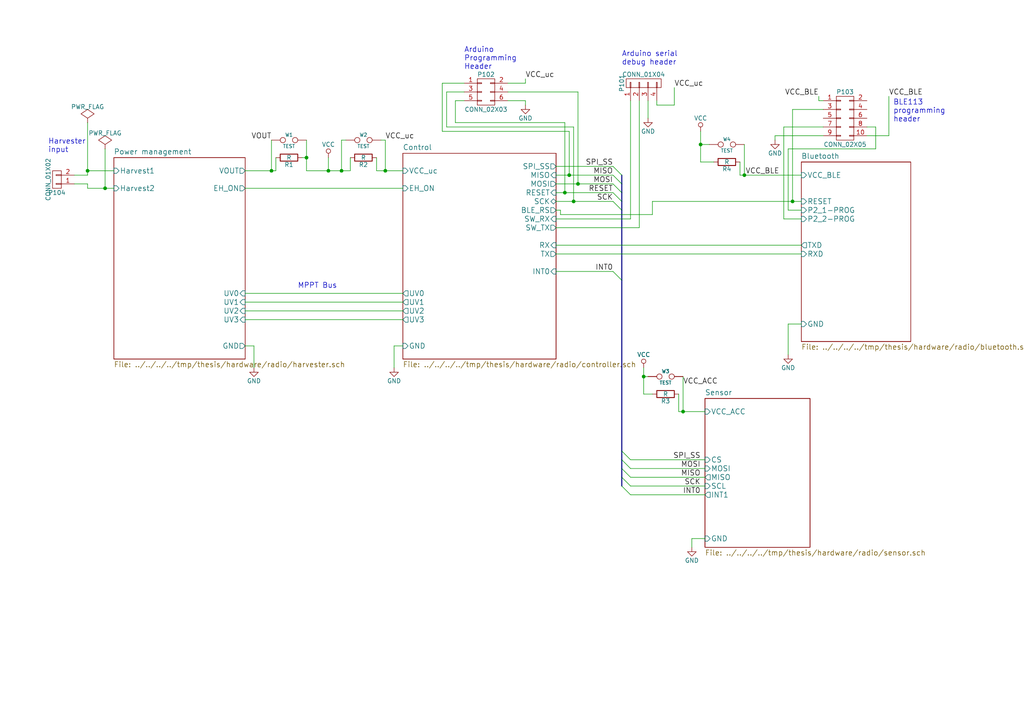
<source format=kicad_sch>
(kicad_sch (version 20230121) (generator eeschema)
  (paper "A4")
  (title_block (title "Energy harvesting sensor board with BLE radio") (date "2015-09-08") (rev "e6b12b6") (company "Aalto University / Otso Jousimaa") (comment 1 "First draft for review"))
  (lib_symbols
    (symbol "radio-rescue:CONN_01X02" (pin_names (offset 1.016) hide)
      (property "Reference" "P" (at 0 3.81 0))
      (property "Value" "CONN_01X02" (at 2.54 0 90))
      (symbol "CONN_01X02_0_1"
        (rectangle (start -1.27 -1.143) (end 0.254 -1.397))
        (rectangle (start -1.27 1.397) (end 0.254 1.143))
        (rectangle (start -1.27 2.54) (end 1.27 -2.54))
      )
      (symbol "CONN_01X02_1_1"
        (pin passive line (at -5.08 1.27 0) (length 3.81) (name "P1") (number "1"))
        (pin passive line (at -5.08 -1.27 0) (length 3.81) (name "P2") (number "2"))
      )
    )
    (symbol "radio-rescue:CONN_01X04" (pin_names (offset 1.016) hide)
      (property "Reference" "P" (at 0 6.35 0))
      (property "Value" "CONN_01X04" (at 2.54 0 90))
      (symbol "CONN_01X04_0_1"
        (rectangle (start -1.27 -3.683) (end 0.254 -3.937))
        (rectangle (start -1.27 -1.143) (end 0.254 -1.397))
        (rectangle (start -1.27 1.397) (end 0.254 1.143))
        (rectangle (start -1.27 3.937) (end 0.254 3.683))
        (rectangle (start -1.27 5.08) (end 1.27 -5.08))
      )
      (symbol "CONN_01X04_1_1"
        (pin passive line (at -5.08 3.81 0) (length 3.81) (name "P1") (number "1"))
        (pin passive line (at -5.08 1.27 0) (length 3.81) (name "P2") (number "2"))
        (pin passive line (at -5.08 -1.27 0) (length 3.81) (name "P3") (number "3"))
        (pin passive line (at -5.08 -3.81 0) (length 3.81) (name "P4") (number "4"))
      )
    )
    (symbol "radio-rescue:CONN_02X03" (pin_names (offset 0.0254) hide)
      (property "Reference" "P" (at 0 5.08 0))
      (property "Value" "CONN_02X03" (at 0 -5.08 0))
      (symbol "CONN_02X03_0_1"
        (rectangle (start -2.54 -2.413) (end -1.27 -2.667))
        (rectangle (start -2.54 0.127) (end -1.27 -0.127))
        (rectangle (start -2.54 2.667) (end -1.27 2.413))
        (rectangle (start -2.54 3.81) (end 2.54 -3.81))
        (rectangle (start 1.27 -2.413) (end 2.54 -2.667))
        (rectangle (start 1.27 0.127) (end 2.54 -0.127))
        (rectangle (start 1.27 2.667) (end 2.54 2.413))
      )
      (symbol "CONN_02X03_1_1"
        (pin passive line (at -6.35 2.54 0) (length 3.81) (name "P1") (number "1"))
        (pin passive line (at 6.35 2.54 180) (length 3.81) (name "P2") (number "2"))
        (pin passive line (at -6.35 0 0) (length 3.81) (name "P3") (number "3"))
        (pin passive line (at 6.35 0 180) (length 3.81) (name "P4") (number "4"))
        (pin passive line (at -6.35 -2.54 0) (length 3.81) (name "P5") (number "5"))
        (pin passive line (at 6.35 -2.54 180) (length 3.81) (name "P6") (number "6"))
      )
    )
    (symbol "radio-rescue:CONN_02X05" (pin_names (offset 0.0254) hide)
      (property "Reference" "P" (at 0 7.62 0))
      (property "Value" "CONN_02X05" (at 0 -7.62 0))
      (symbol "CONN_02X05_0_1"
        (rectangle (start -2.54 -4.953) (end -1.27 -5.207))
        (rectangle (start -2.54 -2.413) (end -1.27 -2.667))
        (rectangle (start -2.54 0.127) (end -1.27 -0.127))
        (rectangle (start -2.54 2.667) (end -1.27 2.413))
        (rectangle (start -2.54 5.207) (end -1.27 4.953))
        (rectangle (start -2.54 6.35) (end 2.54 -6.35))
        (rectangle (start 1.27 -4.953) (end 2.54 -5.207))
        (rectangle (start 1.27 -2.413) (end 2.54 -2.667))
        (rectangle (start 1.27 0.127) (end 2.54 -0.127))
        (rectangle (start 1.27 2.667) (end 2.54 2.413))
        (rectangle (start 1.27 5.207) (end 2.54 4.953))
      )
      (symbol "CONN_02X05_1_1"
        (pin passive line (at -6.35 5.08 0) (length 3.81) (name "P1") (number "1"))
        (pin passive line (at 6.35 -5.08 180) (length 3.81) (name "P10") (number "10"))
        (pin passive line (at 6.35 5.08 180) (length 3.81) (name "P2") (number "2"))
        (pin passive line (at -6.35 2.54 0) (length 3.81) (name "P3") (number "3"))
        (pin passive line (at 6.35 2.54 180) (length 3.81) (name "P4") (number "4"))
        (pin passive line (at -6.35 0 0) (length 3.81) (name "P5") (number "5"))
        (pin passive line (at 6.35 0 180) (length 3.81) (name "P6") (number "6"))
        (pin passive line (at -6.35 -2.54 0) (length 3.81) (name "P7") (number "7"))
        (pin passive line (at 6.35 -2.54 180) (length 3.81) (name "P8") (number "8"))
        (pin passive line (at -6.35 -5.08 0) (length 3.81) (name "P9") (number "9"))
      )
    )
    (symbol "radio-rescue:GND" (power) (pin_names (offset 0))
      (property "Value" "GND" (at 0 -3.81 0))
      (symbol "GND_0_1"
        (polyline (pts (xy 0 0) (xy 0 -1.27) (xy 1.27 -1.27) (xy 0 -2.54) (xy -1.27 -1.27) (xy 0 -1.27)))
      )
      (symbol "GND_1_1"
        (pin power_in line (at 0 0 270) (length 0) hide (name "GND") (number "1"))
      )
    )
    (symbol "radio-rescue:PWR_FLAG" (power) (pin_numbers hide) (pin_names (offset 0) hide)
      (property "Value" "PWR_FLAG" (at 0 4.572 0))
      (symbol "PWR_FLAG_0_0"
        (pin power_out line (at 0 0 90) (length 0) (name "pwr") (number "1"))
      )
      (symbol "PWR_FLAG_0_1"
        (polyline (pts (xy 0 0) (xy 0 1.27) (xy -1.905 2.54) (xy 0 3.81) (xy 1.905 2.54) (xy 0 1.27)))
      )
    )
    (symbol "radio-rescue:R" (pin_numbers hide) (pin_names (offset 0))
      (property "Reference" "R" (at 2.032 0 90))
      (property "Value" "R" (at 0 0 90))
      (symbol "R_0_1"
        (rectangle (start -1.016 -2.54) (end 1.016 2.54) (stroke (width 0.254)))
      )
      (symbol "R_1_1"
        (pin passive line (at 0 3.81 270) (length 1.27) (name "~") (number "1"))
        (pin passive line (at 0 -3.81 90) (length 1.27) (name "~") (number "2"))
      )
    )
    (symbol "radio-rescue:TEST" (pin_numbers hide) (pin_names (offset 0.762) hide)
      (property "Reference" "W" (at 0 1.524 0))
      (property "Value" "TEST" (at 0 -1.778 0))
      (symbol "TEST_0_1"
        (circle (center -1.778 0) (radius 0.762))
        (circle (center 1.778 0) (radius 0.762))
        (pin passive line (at -5.08 0 0) (length 2.54) (name "1") (number "1"))
        (pin passive line (at 5.08 0 180) (length 2.54) (name "2") (number "2"))
      )
    )
    (symbol "radio-rescue:VCC" (power) (pin_names (offset 0))
      (property "Value" "VCC" (at 0 3.81 0))
      (symbol "VCC_0_1"
        (polyline (pts (xy 0 0) (xy 0 1.27)))
        (circle (center 0 1.905) (radius 0.635))
      )
      (symbol "VCC_1_1"
        (pin power_in line (at 0 0 90) (length 0) hide (name "VCC") (number "1"))
      )
    )
  )
  (junction (at 215.9 50.8))
  (junction (at 25.4 49.53))
  (junction (at 163.83 55.88))
  (junction (at 203.2 41.91))
  (junction (at 165.1 50.8))
  (junction (at 186.69 109.22))
  (junction (at 198.12 119.38))
  (junction (at 111.76 49.53))
  (junction (at 229.87 58.42))
  (junction (at 78.74 49.53))
  (junction (at 30.48 54.61))
  (junction (at 95.25 49.53))
  (junction (at 99.06 49.53))
  (junction (at 167.64 53.34))
  (junction (at 88.9 45.72))
  (junction (at 166.37 58.42))
  (bus_entry (at 177.8 48.26) (size 2.54 2.54))
  (bus_entry (at 180.34 130.81) (size 2.54 2.54))
  (bus_entry (at 180.34 135.89) (size 2.54 2.54))
  (bus_entry (at 180.34 133.35) (size 2.54 2.54))
  (bus_entry (at 177.8 53.34) (size 2.54 2.54))
  (bus_entry (at 177.8 50.8) (size 2.54 2.54))
  (bus_entry (at 180.34 140.97) (size 2.54 2.54))
  (bus_entry (at 177.8 58.42) (size 2.54 2.54))
  (bus_entry (at 180.34 138.43) (size 2.54 2.54))
  (bus_entry (at 177.8 78.74) (size 2.54 2.54))
  (bus_entry (at 177.8 55.88) (size 2.54 2.54))
  (wire (pts (xy 132.08 29.21) (xy 134.62 29.21)))
  (wire (pts (xy 163.83 55.88) (xy 163.83 35.56)))
  (wire (pts (xy 232.41 50.8) (xy 215.9 50.8)))
  (wire (pts (xy 88.9 45.72) (xy 88.9 49.53)))
  (wire (pts (xy 161.29 50.8) (xy 165.1 50.8)))
  (wire (pts (xy 196.85 119.38) (xy 196.85 114.3)))
  (wire (pts (xy 162.56 60.96) (xy 162.56 62.23)))
  (bus (pts (xy 180.34 50.8) (xy 180.34 53.34)))
  (wire (pts (xy 109.22 49.53) (xy 109.22 45.72)))
  (wire (pts (xy 129.54 36.83) (xy 129.54 26.67)))
  (bus (pts (xy 180.34 53.34) (xy 180.34 55.88)))
  (wire (pts (xy 109.22 49.53) (xy 111.76 49.53)))
  (wire (pts (xy 229.87 58.42) (xy 232.41 58.42)))
  (wire (pts (xy 116.84 100.33) (xy 114.3 100.33)))
  (wire (pts (xy 161.29 66.04) (xy 185.42 66.04)))
  (wire (pts (xy 100.33 40.64) (xy 99.06 40.64)))
  (wire (pts (xy 25.4 49.53) (xy 25.4 50.8)))
  (wire (pts (xy 203.2 46.99) (xy 203.2 41.91)))
  (wire (pts (xy 182.88 63.5) (xy 182.88 29.21)))
  (wire (pts (xy 111.76 49.53) (xy 116.84 49.53)))
  (wire (pts (xy 166.37 58.42) (xy 166.37 36.83)))
  (wire (pts (xy 251.46 39.37) (xy 257.81 39.37)))
  (wire (pts (xy 110.49 40.64) (xy 111.76 40.64)))
  (wire (pts (xy 71.12 100.33) (xy 73.66 100.33)))
  (wire (pts (xy 177.8 48.26) (xy 161.29 48.26)))
  (wire (pts (xy 80.01 49.53) (xy 80.01 45.72)))
  (wire (pts (xy 238.76 29.21) (xy 237.49 29.21)))
  (wire (pts (xy 227.33 36.83) (xy 227.33 63.5)))
  (wire (pts (xy 25.4 35.56) (xy 25.4 49.53)))
  (wire (pts (xy 224.79 39.37) (xy 224.79 40.64)))
  (wire (pts (xy 21.59 53.34) (xy 25.4 53.34)))
  (wire (pts (xy 186.69 109.22) (xy 186.69 106.68)))
  (wire (pts (xy 189.23 58.42) (xy 189.23 62.23)))
  (bus (pts (xy 180.34 58.42) (xy 180.34 60.96)))
  (wire (pts (xy 25.4 54.61) (xy 30.48 54.61)))
  (wire (pts (xy 114.3 100.33) (xy 114.3 106.68)))
  (wire (pts (xy 161.29 55.88) (xy 163.83 55.88)))
  (bus (pts (xy 180.34 138.43) (xy 180.34 140.97)))
  (wire (pts (xy 237.49 29.21) (xy 237.49 27.94)))
  (wire (pts (xy 190.5 30.48) (xy 195.58 30.48)))
  (wire (pts (xy 187.96 109.22) (xy 186.69 109.22)))
  (wire (pts (xy 30.48 54.61) (xy 33.02 54.61)))
  (wire (pts (xy 165.1 50.8) (xy 165.1 38.1)))
  (wire (pts (xy 189.23 114.3) (xy 186.69 114.3)))
  (wire (pts (xy 30.48 54.61) (xy 30.48 43.18)))
  (wire (pts (xy 71.12 49.53) (xy 78.74 49.53)))
  (wire (pts (xy 78.74 40.64) (xy 78.74 49.53)))
  (wire (pts (xy 25.4 53.34) (xy 25.4 54.61)))
  (wire (pts (xy 116.84 90.17) (xy 71.12 90.17)))
  (wire (pts (xy 129.54 26.67) (xy 134.62 26.67)))
  (wire (pts (xy 163.83 55.88) (xy 177.8 55.88)))
  (wire (pts (xy 167.64 26.67) (xy 147.32 26.67)))
  (wire (pts (xy 187.96 29.21) (xy 187.96 34.29)))
  (wire (pts (xy 95.25 49.53) (xy 99.06 49.53)))
  (wire (pts (xy 163.83 35.56) (xy 132.08 35.56)))
  (wire (pts (xy 165.1 50.8) (xy 177.8 50.8)))
  (wire (pts (xy 101.6 49.53) (xy 101.6 45.72)))
  (wire (pts (xy 99.06 40.64) (xy 99.06 49.53)))
  (bus (pts (xy 180.34 81.28) (xy 180.34 130.81)))
  (bus (pts (xy 180.34 130.81) (xy 180.34 133.35)))
  (wire (pts (xy 195.58 30.48) (xy 195.58 25.4)))
  (wire (pts (xy 71.12 54.61) (xy 116.84 54.61)))
  (wire (pts (xy 78.74 49.53) (xy 80.01 49.53)))
  (wire (pts (xy 161.29 60.96) (xy 162.56 60.96)))
  (wire (pts (xy 204.47 143.51) (xy 182.88 143.51)))
  (wire (pts (xy 228.6 93.98) (xy 228.6 102.87)))
  (wire (pts (xy 161.29 63.5) (xy 182.88 63.5)))
  (wire (pts (xy 207.01 46.99) (xy 203.2 46.99)))
  (wire (pts (xy 166.37 58.42) (xy 177.8 58.42)))
  (wire (pts (xy 190.5 29.21) (xy 190.5 30.48)))
  (wire (pts (xy 25.4 49.53) (xy 33.02 49.53)))
  (wire (pts (xy 196.85 119.38) (xy 198.12 119.38)))
  (wire (pts (xy 111.76 40.64) (xy 111.76 49.53)))
  (wire (pts (xy 251.46 36.83) (xy 254 36.83)))
  (wire (pts (xy 214.63 50.8) (xy 214.63 46.99)))
  (bus (pts (xy 180.34 133.35) (xy 180.34 135.89)))
  (wire (pts (xy 116.84 85.09) (xy 71.12 85.09)))
  (wire (pts (xy 161.29 58.42) (xy 166.37 58.42)))
  (wire (pts (xy 161.29 53.34) (xy 167.64 53.34)))
  (wire (pts (xy 204.47 156.21) (xy 200.66 156.21)))
  (wire (pts (xy 167.64 53.34) (xy 177.8 53.34)))
  (wire (pts (xy 165.1 38.1) (xy 128.27 38.1)))
  (wire (pts (xy 73.66 100.33) (xy 73.66 106.68)))
  (wire (pts (xy 200.66 156.21) (xy 200.66 158.75)))
  (wire (pts (xy 186.69 114.3) (xy 186.69 109.22)))
  (wire (pts (xy 215.9 41.91) (xy 215.9 50.8)))
  (wire (pts (xy 198.12 119.38) (xy 204.47 119.38)))
  (wire (pts (xy 254 43.18) (xy 228.6 43.18)))
  (wire (pts (xy 228.6 60.96) (xy 232.41 60.96)))
  (wire (pts (xy 232.41 73.66) (xy 161.29 73.66)))
  (bus (pts (xy 180.34 135.89) (xy 180.34 138.43)))
  (wire (pts (xy 254 36.83) (xy 254 43.18)))
  (wire (pts (xy 128.27 38.1) (xy 128.27 24.13)))
  (wire (pts (xy 88.9 49.53) (xy 95.25 49.53)))
  (wire (pts (xy 215.9 50.8) (xy 214.63 50.8)))
  (wire (pts (xy 204.47 133.35) (xy 182.88 133.35)))
  (wire (pts (xy 166.37 36.83) (xy 129.54 36.83)))
  (wire (pts (xy 161.29 71.12) (xy 232.41 71.12)))
  (wire (pts (xy 132.08 35.56) (xy 132.08 29.21)))
  (wire (pts (xy 198.12 109.22) (xy 198.12 119.38)))
  (wire (pts (xy 182.88 135.89) (xy 204.47 135.89)))
  (wire (pts (xy 238.76 31.75) (xy 229.87 31.75)))
  (wire (pts (xy 257.81 39.37) (xy 257.81 27.94)))
  (wire (pts (xy 116.84 87.63) (xy 71.12 87.63)))
  (wire (pts (xy 152.4 24.13) (xy 152.4 22.86)))
  (wire (pts (xy 227.33 63.5) (xy 232.41 63.5)))
  (wire (pts (xy 25.4 50.8) (xy 21.59 50.8)))
  (wire (pts (xy 128.27 24.13) (xy 134.62 24.13)))
  (wire (pts (xy 162.56 62.23) (xy 189.23 62.23)))
  (wire (pts (xy 204.47 138.43) (xy 182.88 138.43)))
  (wire (pts (xy 232.41 93.98) (xy 228.6 93.98)))
  (wire (pts (xy 152.4 29.21) (xy 152.4 30.48)))
  (wire (pts (xy 95.25 45.72) (xy 95.25 49.53)))
  (wire (pts (xy 87.63 45.72) (xy 88.9 45.72)))
  (wire (pts (xy 203.2 41.91) (xy 203.2 38.1)))
  (bus (pts (xy 180.34 55.88) (xy 180.34 58.42)))
  (wire (pts (xy 88.9 40.64) (xy 88.9 45.72)))
  (wire (pts (xy 182.88 140.97) (xy 204.47 140.97)))
  (wire (pts (xy 147.32 24.13) (xy 152.4 24.13)))
  (wire (pts (xy 116.84 92.71) (xy 71.12 92.71)))
  (wire (pts (xy 147.32 29.21) (xy 152.4 29.21)))
  (wire (pts (xy 189.23 58.42) (xy 229.87 58.42)))
  (wire (pts (xy 99.06 49.53) (xy 101.6 49.53)))
  (wire (pts (xy 229.87 31.75) (xy 229.87 58.42)))
  (wire (pts (xy 161.29 78.74) (xy 177.8 78.74)))
  (wire (pts (xy 205.74 41.91) (xy 203.2 41.91)))
  (bus (pts (xy 180.34 60.96) (xy 180.34 81.28)))
  (wire (pts (xy 167.64 53.34) (xy 167.64 26.67)))
  (wire (pts (xy 227.33 36.83) (xy 238.76 36.83)))
  (wire (pts (xy 238.76 39.37) (xy 224.79 39.37)))
  (wire (pts (xy 228.6 43.18) (xy 228.6 60.96)))
  (wire (pts (xy 185.42 66.04) (xy 185.42 29.21)))
  (text "Harvester \ninput" (at 13.97 44.45 0) (effects (font (size 1.524 1.524)) (justify left bottom)))
  (text "Arduino\nProgramming\nHeader" (at 134.62 20.32 0) (effects (font (size 1.524 1.524)) (justify left bottom)))
  (text "BLE113\nprogramming\nheader" (at 259.08 35.56 0) (effects (font (size 1.524 1.524)) (justify left bottom)))
  (text "Arduino serial \ndebug header" (at 180.34 19.05 0) (effects (font (size 1.524 1.524)) (justify left bottom)))
  (text "MPPT Bus" (at 97.79 83.82 0) (effects (font (size 1.524 1.524)) (justify right bottom)))
  (label "SCK" (at 177.8 58.42 180) (effects (font (size 1.524 1.524))))
  (label "MISO" (at 203.2 138.43 180) (effects (font (size 1.524 1.524))))
  (label "RESET" (at 177.8 55.88 180) (effects (font (size 1.524 1.524))))
  (label "SPI_SS" (at 177.8 48.26 180) (effects (font (size 1.524 1.524))))
  (label "VCC_uc" (at 111.76 40.64 0) (effects (font (size 1.524 1.524))))
  (label "MISO" (at 177.8 50.8 180) (effects (font (size 1.524 1.524))))
  (label "VCC_ACC" (at 198.12 111.76 0) (effects (font (size 1.524 1.524))))
  (label "VCC_uc" (at 152.4 22.86 0) (effects (font (size 1.524 1.524))))
  (label "SCK" (at 203.2 140.97 180) (effects (font (size 1.524 1.524))))
  (label "VCC_BLE" (at 226.06 50.8 180) (effects (font (size 1.524 1.524))))
  (label "VOUT" (at 78.74 40.64 180) (effects (font (size 1.524 1.524))))
  (label "VCC_BLE" (at 237.49 27.94 180) (effects (font (size 1.524 1.524))))
  (label "VCC_uc" (at 195.58 25.4 0) (effects (font (size 1.524 1.524))))
  (label "INT0" (at 203.2 143.51 180) (effects (font (size 1.524 1.524))))
  (label "VCC_BLE" (at 257.81 27.94 0) (effects (font (size 1.524 1.524))))
  (label "MOSI" (at 177.8 53.34 180) (effects (font (size 1.524 1.524))))
  (label "MOSI" (at 203.2 135.89 180) (effects (font (size 1.524 1.524))))
  (label "SPI_SS" (at 203.2 133.35 180) (effects (font (size 1.524 1.524))))
  (label "INT0" (at 177.8 78.74 180) (effects (font (size 1.524 1.524))))
  (symbol (lib_id "radio-rescue:GND") (at 114.3 106.68 0) (unit 1)
    (property "Reference" "#PWR01" (effects hide))
    (property "Value" "GND" (at 114.3 110.49 0))
  )
  (symbol (lib_id "radio-rescue:GND") (at 73.66 106.68 0) (unit 1)
    (property "Reference" "#PWR02" (effects hide))
    (property "Value" "GND" (at 73.66 110.49 0))
  )
  (symbol (lib_id "radio-rescue:CONN_01X02") (at 16.51 52.07 180) (unit 1)
    (property "Reference" "P104" (at 16.51 55.88 0))
    (property "Value" "CONN_01X02" (at 13.97 52.07 90))
    (property "Footprint" "Pin_Headers:Pin_Header_Straight_1x02" (effects hide))
  )
  (symbol (lib_id "radio-rescue:PWR_FLAG") (at 25.4 35.56 0) (unit 1)
    (property "Reference" "#FLG03" (effects hide))
    (property "Value" "PWR_FLAG" (at 25.4 30.988 0))
  )
  (symbol (lib_id "radio-rescue:PWR_FLAG") (at 30.48 43.18 0) (unit 1)
    (property "Reference" "#FLG04" (effects hide))
    (property "Value" "PWR_FLAG" (at 30.48 38.608 0))
  )
  (symbol (lib_id "radio-rescue:CONN_02X05") (at 245.11 34.29 0) (unit 1)
    (property "Reference" "P103" (at 245.11 26.67 0))
    (property "Value" "CONN_02X05" (at 245.11 41.91 0))
    (property "Footprint" "Pin_Headers:Pin_Header_Straight_2x05_Pitch1.27mm" (effects hide))
  )
  (symbol (lib_id "radio-rescue:GND") (at 224.79 40.64 0) (unit 1)
    (property "Reference" "#PWR05" (effects hide))
    (property "Value" "GND" (at 224.79 44.45 0))
  )
  (symbol (lib_id "radio-rescue:VCC") (at 95.25 45.72 0) (unit 1)
    (property "Reference" "#PWR06" (effects hide))
    (property "Value" "VCC" (at 95.25 41.91 0))
  )
  (symbol (lib_id "radio-rescue:CONN_02X03") (at 140.97 26.67 0) (unit 1)
    (property "Reference" "P102" (at 140.97 21.59 0))
    (property "Value" "CONN_02X03" (at 140.97 31.75 0))
    (property "Footprint" "Pin_Headers:Pin_Header_Straight_2x03" (effects hide))
  )
  (symbol (lib_id "radio-rescue:GND") (at 152.4 30.48 0) (unit 1)
    (property "Reference" "#PWR07" (effects hide))
    (property "Value" "GND" (at 152.4 34.29 0))
  )
  (symbol (lib_id "radio-rescue:CONN_01X04") (at 186.69 24.13 90) (unit 1)
    (property "Reference" "P101" (at 180.34 24.13 0))
    (property "Value" "CONN_01X04" (at 186.69 21.59 90))
    (property "Footprint" "Pin_Headers:Pin_Header_Straight_1x04" (effects hide))
  )
  (symbol (lib_id "radio-rescue:GND") (at 187.96 34.29 0) (unit 1)
    (property "Reference" "#PWR08" (effects hide))
    (property "Value" "GND" (at 187.96 38.1 0))
  )
  (symbol (lib_id "radio-rescue:GND") (at 200.66 158.75 0) (unit 1)
    (property "Reference" "#PWR09" (effects hide))
    (property "Value" "GND" (at 200.66 162.56 0))
  )
  (symbol (lib_id "radio-rescue:TEST") (at 83.82 40.64 0) (unit 1)
    (property "Reference" "W1" (at 83.82 39.116 0) (effects (font (size 1.016 1.016))))
    (property "Value" "TEST" (at 83.82 42.418 0) (effects (font (size 1.016 1.016))))
    (property "Footprint" "footprints_:Test_pair_TH_small" (effects hide))
  )
  (symbol (lib_id "radio-rescue:R") (at 83.82 45.72 270) (unit 1)
    (property "Reference" "R1" (at 83.82 47.752 90))
    (property "Value" "R" (at 83.82 45.72 90))
    (property "Footprint" "Resistors_SMD:R_0603" (effects hide))
  )
  (symbol (lib_id "radio-rescue:TEST") (at 105.41 40.64 0) (unit 1)
    (property "Reference" "W2" (at 105.41 39.116 0) (effects (font (size 1.016 1.016))))
    (property "Value" "TEST" (at 105.41 42.418 0) (effects (font (size 1.016 1.016))))
    (property "Footprint" "footprints_:Test_pair_TH_small" (effects hide))
  )
  (symbol (lib_id "radio-rescue:R") (at 105.41 45.72 270) (unit 1)
    (property "Reference" "R2" (at 105.41 47.752 90))
    (property "Value" "R" (at 105.41 45.72 90))
    (property "Footprint" "Resistors_SMD:R_0603" (effects hide))
  )
  (symbol (lib_id "radio-rescue:TEST") (at 193.04 109.22 0) (unit 1)
    (property "Reference" "W3" (at 193.04 107.696 0) (effects (font (size 1.016 1.016))))
    (property "Value" "TEST" (at 193.04 110.998 0) (effects (font (size 1.016 1.016))))
    (property "Footprint" "footprints_:Test_pair_TH_small" (effects hide))
  )
  (symbol (lib_id "radio-rescue:R") (at 193.04 114.3 270) (unit 1)
    (property "Reference" "R3" (at 193.04 116.332 90))
    (property "Value" "R" (at 193.04 114.3 90))
    (property "Footprint" "Resistors_SMD:R_0603" (effects hide))
  )
  (symbol (lib_id "radio-rescue:TEST") (at 210.82 41.91 0) (unit 1)
    (property "Reference" "W4" (at 210.82 40.386 0) (effects (font (size 1.016 1.016))))
    (property "Value" "TEST" (at 210.82 43.688 0) (effects (font (size 1.016 1.016))))
    (property "Footprint" "footprints_:Test_pair_TH_small" (effects hide))
  )
  (symbol (lib_id "radio-rescue:R") (at 210.82 46.99 270) (unit 1)
    (property "Reference" "R4" (at 210.82 49.022 90))
    (property "Value" "R" (at 210.82 46.99 90))
    (property "Footprint" "Resistors_SMD:R_0603" (effects hide))
  )
  (symbol (lib_id "radio-rescue:VCC") (at 203.2 38.1 0) (unit 1)
    (property "Reference" "#PWR010" (effects hide))
    (property "Value" "VCC" (at 203.2 34.29 0))
  )
  (symbol (lib_id "radio-rescue:VCC") (at 186.69 106.68 0) (unit 1)
    (property "Reference" "#PWR011" (effects hide))
    (property "Value" "VCC" (at 186.69 102.87 0))
  )
  (symbol (lib_id "radio-rescue:GND") (at 228.6 102.87 0) (unit 1)
    (property "Reference" "#PWR012" (effects hide))
    (property "Value" "GND" (at 228.6 106.68 0))
  )
  (sheet (at 33.02 45.72) (size 38.1 58.42)
    (property "Sheetname" "Power management" (at 33.02 44.8814 0) (effects (font (size 1.524 1.524)) (justify left bottom)))
    (property "Sheetfile" "../../../../tmp/thesis/hardware/radio/harvester.sch" (at 33.02 104.8262 0) (effects (font (size 1.524 1.524)) (justify left top)))
    (pin "Harvest1" input (at 33.02 49.53 180) (effects (font (size 1.524 1.524))))
    (pin "Harvest2" input (at 33.02 54.61 180) (effects (font (size 1.524 1.524))))
    (pin "UV3" input (at 71.12 92.71 0) (effects (font (size 1.524 1.524))))
    (pin "UV2" input (at 71.12 90.17 0) (effects (font (size 1.524 1.524))))
    (pin "UV1" input (at 71.12 87.63 0) (effects (font (size 1.524 1.524))))
    (pin "UV0" input (at 71.12 85.09 0) (effects (font (size 1.524 1.524))))
    (pin "VOUT" output (at 71.12 49.53 0) (effects (font (size 1.524 1.524))))
    (pin "EH_ON" output (at 71.12 54.61 0) (effects (font (size 1.524 1.524))))
    (pin "GND" output (at 71.12 100.33 0) (effects (font (size 1.524 1.524))))
  )
  (sheet (at 116.84 44.45) (size 44.45 59.69)
    (property "Sheetname" "Control" (at 116.84 43.6114 0) (effects (font (size 1.524 1.524)) (justify left bottom)))
    (property "Sheetfile" "../../../../tmp/thesis/hardware/radio/controller.sch" (at 116.84 104.8262 0) (effects (font (size 1.524 1.524)) (justify left top)))
    (pin "SPI_SS" output (at 161.29 48.26 0) (effects (font (size 1.524 1.524))))
    (pin "MISO" input (at 161.29 50.8 0) (effects (font (size 1.524 1.524))))
    (pin "MOSI" output (at 161.29 53.34 0) (effects (font (size 1.524 1.524))))
    (pin "RESET" input (at 161.29 55.88 0) (effects (font (size 1.524 1.524))))
    (pin "SCK" bidirectional (at 161.29 58.42 0) (effects (font (size 1.524 1.524))))
    (pin "SW_RX" input (at 161.29 63.5 0) (effects (font (size 1.524 1.524))))
    (pin "SW_TX" output (at 161.29 66.04 0) (effects (font (size 1.524 1.524))))
    (pin "RX" input (at 161.29 71.12 0) (effects (font (size 1.524 1.524))))
    (pin "TX" output (at 161.29 73.66 0) (effects (font (size 1.524 1.524))))
    (pin "INT0" input (at 161.29 78.74 0) (effects (font (size 1.524 1.524))))
    (pin "GND" input (at 116.84 100.33 180) (effects (font (size 1.524 1.524))))
    (pin "VCC_uc" input (at 116.84 49.53 180) (effects (font (size 1.524 1.524))))
    (pin "UV0" output (at 116.84 85.09 180) (effects (font (size 1.524 1.524))))
    (pin "UV1" output (at 116.84 87.63 180) (effects (font (size 1.524 1.524))))
    (pin "UV2" output (at 116.84 90.17 180) (effects (font (size 1.524 1.524))))
    (pin "UV3" output (at 116.84 92.71 180) (effects (font (size 1.524 1.524))))
    (pin "EH_ON" input (at 116.84 54.61 180) (effects (font (size 1.524 1.524))))
    (pin "BLE_RS" output (at 161.29 60.96 0) (effects (font (size 1.524 1.524))))
  )
  (sheet (at 232.41 46.99) (size 31.75 52.07)
    (property "Sheetname" "Bluetooth" (at 232.41 46.1514 0) (effects (font (size 1.524 1.524)) (justify left bottom)))
    (property "Sheetfile" "../../../../tmp/thesis/hardware/radio/bluetooth.sch" (at 232.41 99.7462 0) (effects (font (size 1.524 1.524)) (justify left top)))
    (pin "RESET" input (at 232.41 58.42 180) (effects (font (size 1.524 1.524))))
    (pin "P2_1-PROG" input (at 232.41 60.96 180) (effects (font (size 1.524 1.524))))
    (pin "P2_2-PROG" input (at 232.41 63.5 180) (effects (font (size 1.524 1.524))))
    (pin "VCC_BLE" input (at 232.41 50.8 180) (effects (font (size 1.524 1.524))))
    (pin "GND" input (at 232.41 93.98 180) (effects (font (size 1.524 1.524))))
    (pin "TXD" output (at 232.41 71.12 180) (effects (font (size 1.524 1.524))))
    (pin "RXD" input (at 232.41 73.66 180) (effects (font (size 1.524 1.524))))
  )
  (sheet (at 204.47 115.57) (size 30.48 43.18)
    (property "Sheetname" "Sensor" (at 204.47 114.7314 0) (effects (font (size 1.524 1.524)) (justify left bottom)))
    (property "Sheetfile" "../../../../tmp/thesis/hardware/radio/sensor.sch" (at 204.47 159.4362 0) (effects (font (size 1.524 1.524)) (justify left top)))
    (pin "CS" input (at 204.47 133.35 180) (effects (font (size 1.524 1.524))))
    (pin "MOSI" input (at 204.47 135.89 180) (effects (font (size 1.524 1.524))))
    (pin "MISO" output (at 204.47 138.43 180) (effects (font (size 1.524 1.524))))
    (pin "SCL" input (at 204.47 140.97 180) (effects (font (size 1.524 1.524))))
    (pin "INT1" output (at 204.47 143.51 180) (effects (font (size 1.524 1.524))))
    (pin "VCC_ACC" input (at 204.47 119.38 180) (effects (font (size 1.524 1.524))))
    (pin "GND" input (at 204.47 156.21 180) (effects (font (size 1.524 1.524))))
  )
)
</source>
